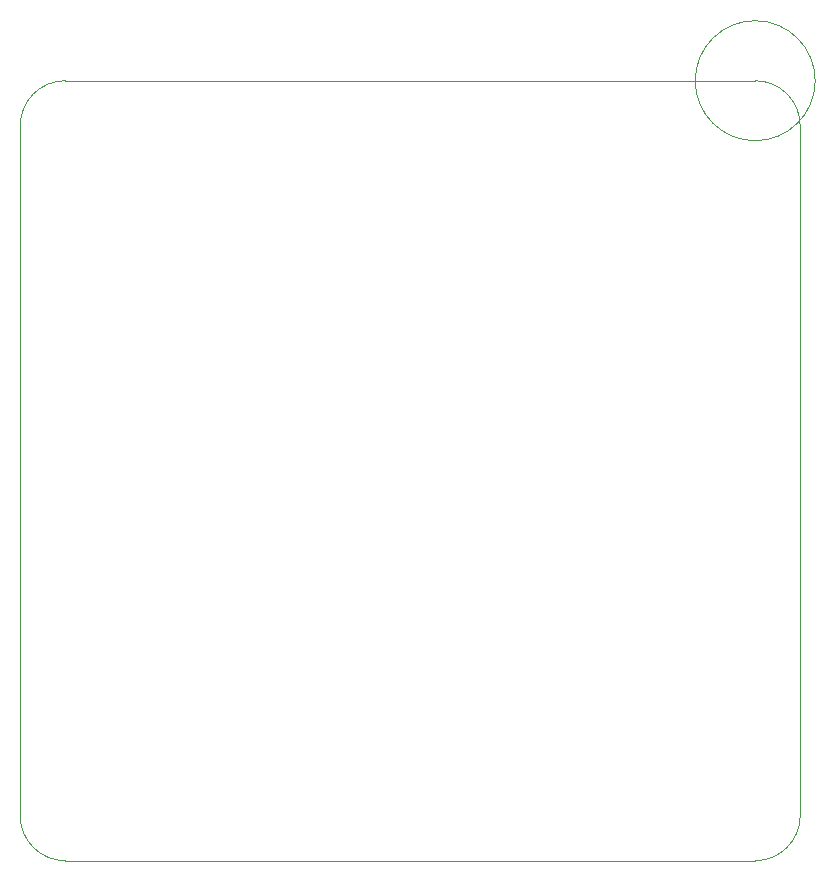
<source format=gbr>
%TF.GenerationSoftware,KiCad,Pcbnew,5.1.6*%
%TF.CreationDate,2020-07-09T18:30:33+12:00*%
%TF.ProjectId,anemometer_board,616e656d-6f6d-4657-9465-725f626f6172,rev?*%
%TF.SameCoordinates,Original*%
%TF.FileFunction,Profile,NP*%
%FSLAX46Y46*%
G04 Gerber Fmt 4.6, Leading zero omitted, Abs format (unit mm)*
G04 Created by KiCad (PCBNEW 5.1.6) date 2020-07-09 18:30:33*
%MOMM*%
%LPD*%
G01*
G04 APERTURE LIST*
%TA.AperFunction,Profile*%
%ADD10C,0.050000*%
%TD*%
G04 APERTURE END LIST*
D10*
X128270000Y-33020000D02*
G75*
G02*
X132080000Y-36830000I0J-3810000D01*
G01*
X69850000Y-99060000D02*
X128270000Y-99060000D01*
X66040000Y-36830000D02*
X66040000Y-95250000D01*
X128270000Y-33020000D02*
X69850000Y-33020000D01*
X132080000Y-95250000D02*
X132080000Y-36830000D01*
X69850000Y-99060000D02*
G75*
G02*
X66040000Y-95250000I0J3810000D01*
G01*
X66040000Y-36830000D02*
G75*
G02*
X69850000Y-33020000I3810000J0D01*
G01*
X133350000Y-33020000D02*
G75*
G02*
X133350000Y-33020000I-5080000J0D01*
G01*
X132080000Y-95250000D02*
G75*
G02*
X128270000Y-99060000I-3810000J0D01*
G01*
M02*

</source>
